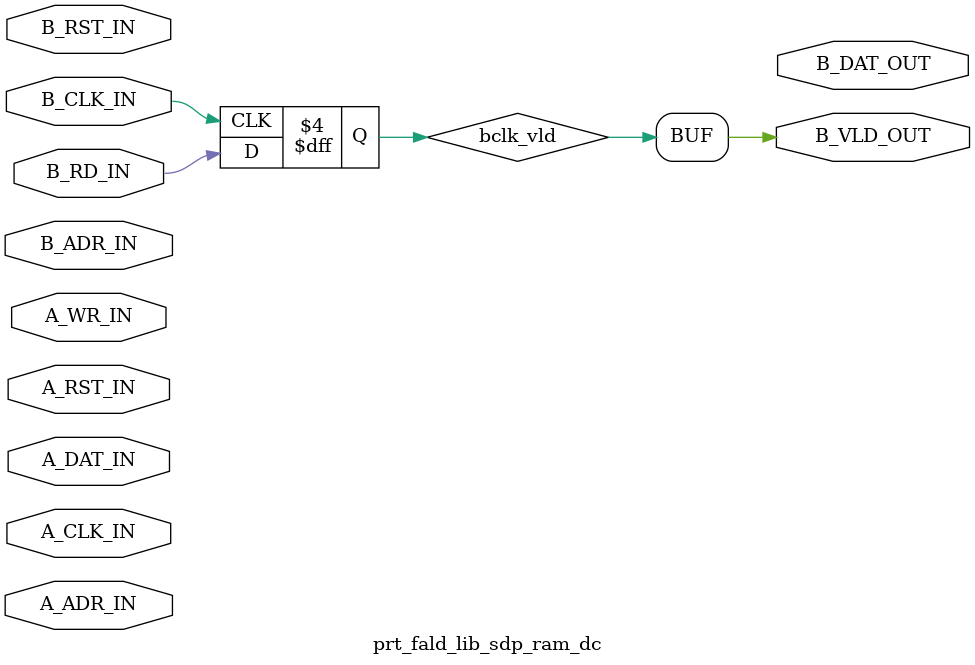
<source format=sv>
/*
     __        __   __   ___ ___ ___  __  
    |__)  /\  |__) |__) |__   |   |  /  \ 
    |    /~~\ |  \ |  \ |___  |   |  \__/ 


    Module: FALD Library
    (c) 2023 by Parretto B.V.

    History
    =======
    v1.0 - Initial release

    License
    =======
    This License will apply to the use of the IP-core (as defined in the License). 
    Please read the License carefully so that you know what your rights and obligations are when using the IP-core.
    The acceptance of this License constitutes a valid and binding agreement between Parretto and you for the use of the IP-core. 
    If you download and/or make any use of the IP-core you agree to be bound by this License. 
    The License is available for download and print at www.parretto.com/license.html
    Parretto grants you, as the Licensee, a free, non-exclusive, non-transferable, limited right to use the IP-core 
    solely for internal business purposes for the term and conditions of the License. 
    You are also allowed to create Modifications for internal business purposes, but explicitly only under the conditions of art. 3.2.
    You are, however, obliged to pay the License Fees to Parretto for the use of the IP-core, or any Modification, in, or embodied in, 
    a physical or non-tangible product or service that has substantial commercial, industrial or non-consumer uses. 
*/

`timescale 1 ps / 1 ps
`default_nettype none

/*
	Edge Detector
*/
module prt_fald_lib_edge
(
	input wire	CLK_IN,			// Clock
	input wire	CKE_IN,			// Clock enable
	input wire	A_IN,			// Input
	output wire	RE_OUT,			// Rising edge
	output wire	FE_OUT			// Falling edge
);

// Signals
logic clk_a_del;
logic clk_a_re;
logic clk_a_fe;

// Logic
// Input Registers
	always_ff @ (posedge CLK_IN)
	begin
			// Clock enable
			if (CKE_IN)
				clk_a_del	<= A_IN;
	end

// Rising Edge Detector
	always_comb
	begin
		if (A_IN && !clk_a_del)
			clk_a_re = 1;
		else
			clk_a_re = 0;
	end

// Falling Edge Detector
	always_comb
	begin
		if (!A_IN && clk_a_del)
			clk_a_fe = 1;
		else
			clk_a_fe = 0;
	end

// Outputs
	assign RE_OUT = clk_a_re;
	assign FE_OUT = clk_a_fe;

endmodule

/*
	Bit clock domain crossing
*/
module prt_fald_lib_cdc_bit
(
	input wire		SRC_CLK_IN,		// Clock
	input wire 		SRC_DAT_IN,		// Data
	input wire		DST_CLK_IN,		// Clock
	output wire 	DST_DAT_OUT		// Data
);

// Parameters
localparam P_STAGES = 4;

// Signals
// The signals must have an unique name,
// so they can be found by the set_false_path constraint
(* dont_touch = "yes" *) logic 					prt_dp_lib_cdc_bit_sclk_dat;
(* dont_touch = "yes" *) logic [P_STAGES-1:0]	prt_dp_lib_cdc_bit_dclk_dat;

// Logic

// Source register
	always_ff @ (posedge SRC_CLK_IN)
	begin
		prt_dp_lib_cdc_bit_sclk_dat <= SRC_DAT_IN;
	end

// Destination register
	always_ff @ (posedge DST_CLK_IN)
	begin
		prt_dp_lib_cdc_bit_dclk_dat <= {prt_dp_lib_cdc_bit_dclk_dat[0+:P_STAGES-1], prt_dp_lib_cdc_bit_sclk_dat};
	end

// Output
	assign DST_DAT_OUT = prt_dp_lib_cdc_bit_dclk_dat[P_STAGES-1];

endmodule

/*
	Vector clock domain crossing
*/
module prt_fald_lib_cdc_vec
#(
	parameter 						P_WIDTH = 8
)
(
	input wire						SRC_CLK_IN,		// Clock
	input wire [P_WIDTH-1:0] 		SRC_DAT_IN,		// Data
	input wire						DST_CLK_IN,		// Clock
	output wire [P_WIDTH-1:0]		DST_DAT_OUT		// Data
);

// Parameters
localparam P_STAGES = 2;

// Signals
// The signals must have an unique name,
// so they can be found by the set_false_path constraint
(* dont_touch = "yes" *) logic [3:0]            prt_dp_lib_cdc_vec_sclk_por_line = 0;
wire									        prt_dp_lib_cdc_vec_sclk_por;
(* dont_touch = "yes" *) logic [P_STAGES:0]		prt_dp_lib_cdc_vec_sclk_hs;
wire 											prt_dp_lib_cdc_vec_sclk_hs_re;
wire 											prt_dp_lib_cdc_vec_sclk_hs_fe;
logic 											prt_dp_lib_cdc_vec_sclk_en;
(* dont_touch = "yes" *) logic [P_WIDTH-1:0]	prt_dp_lib_cdc_vec_sclk_dat;

(* dont_touch = "yes" *) logic [3:0]            prt_dp_lib_cdc_vec_dclk_por_line = 0;
wire									        prt_dp_lib_cdc_vec_dclk_por;
(* dont_touch = "yes" *) logic [P_STAGES:0]		prt_dp_lib_cdc_vec_dclk_hs;
wire 											prt_dp_lib_cdc_vec_dclk_hs_re;
wire 											prt_dp_lib_cdc_vec_dclk_hs_fe;
logic 											prt_dp_lib_cdc_vec_dclk_en;
(* dont_touch = "yes" *) logic [P_WIDTH-1:0]	prt_dp_lib_cdc_vec_dclk_cap[P_STAGES-1:0];
(* dont_touch = "yes" *) logic [P_WIDTH-1:0]	prt_dp_lib_cdc_vec_dclk_dat;

// Logic

// Source power on reset
    always_ff @ (posedge SRC_CLK_IN)
    begin
        prt_dp_lib_cdc_vec_sclk_por_line <= {prt_dp_lib_cdc_vec_sclk_por_line[$size(prt_dp_lib_cdc_vec_sclk_por_line)-2:0], 1'b1};            
    end

    assign prt_dp_lib_cdc_vec_sclk_por = ~prt_dp_lib_cdc_vec_sclk_por_line[$size(prt_dp_lib_cdc_vec_sclk_por_line)-1];

// Source register
	always_ff @ (posedge prt_dp_lib_cdc_vec_sclk_por, posedge SRC_CLK_IN)
	begin
		// Reset
		if (prt_dp_lib_cdc_vec_sclk_por)
			prt_dp_lib_cdc_vec_sclk_dat <= 0;

		else
		begin
			// Enable
			if (prt_dp_lib_cdc_vec_sclk_en)
				prt_dp_lib_cdc_vec_sclk_dat <= SRC_DAT_IN;
		end
	end

// Handshake registers
	always_ff @ (posedge prt_dp_lib_cdc_vec_sclk_por, posedge SRC_CLK_IN)
	begin
		// Reset
		if (prt_dp_lib_cdc_vec_sclk_por)
			prt_dp_lib_cdc_vec_sclk_hs <= 0;

		else
			prt_dp_lib_cdc_vec_sclk_hs <= {prt_dp_lib_cdc_vec_sclk_hs[0+:$size(prt_dp_lib_cdc_vec_sclk_hs)-1], ~prt_dp_lib_cdc_vec_dclk_hs[$size(prt_dp_lib_cdc_vec_dclk_hs)-1]}; 
	end

	prt_fald_lib_edge
	SRC_HS_EDGE_INST
	(
		.CLK_IN		(SRC_CLK_IN),														// Clock
		.CKE_IN		(1'b1),																// Clock enable
		.A_IN		(prt_dp_lib_cdc_vec_sclk_hs[$size(prt_dp_lib_cdc_vec_sclk_hs)-1]),	// Input
		.RE_OUT		(prt_dp_lib_cdc_vec_sclk_hs_re),									// Rising edge
		.FE_OUT		(prt_dp_lib_cdc_vec_sclk_hs_fe)										// Falling edge
	);

// Enable
	always_ff @ (posedge SRC_CLK_IN)
	begin
		if (prt_dp_lib_cdc_vec_sclk_hs_re || prt_dp_lib_cdc_vec_sclk_hs_fe)
			prt_dp_lib_cdc_vec_sclk_en <= 1;
		else
			prt_dp_lib_cdc_vec_sclk_en <= 0;
	end

// Destination power on reset
    always_ff @ (posedge DST_CLK_IN)
    begin
        prt_dp_lib_cdc_vec_dclk_por_line <= {prt_dp_lib_cdc_vec_dclk_por_line[$size(prt_dp_lib_cdc_vec_dclk_por_line)-2:0], 1'b1};            
    end

    assign prt_dp_lib_cdc_vec_dclk_por = ~prt_dp_lib_cdc_vec_dclk_por_line[$size(prt_dp_lib_cdc_vec_dclk_por_line)-1];

// Destination capture register
	always_ff @ (posedge DST_CLK_IN)
	begin
		for (int i = 0; i < $size(prt_dp_lib_cdc_vec_dclk_cap); i++)
		begin
			if (i == 0)
				prt_dp_lib_cdc_vec_dclk_cap[i] <= prt_dp_lib_cdc_vec_sclk_dat;
			else
				prt_dp_lib_cdc_vec_dclk_cap[i] <= prt_dp_lib_cdc_vec_dclk_cap[i-1];
		end
	end

// Destination dout 
	always_ff @ (posedge prt_dp_lib_cdc_vec_dclk_por, posedge DST_CLK_IN)
	begin
		// Reset
		if (prt_dp_lib_cdc_vec_dclk_por)
			prt_dp_lib_cdc_vec_dclk_dat <= 0; 

		else
		begin
			// Enable
			if (prt_dp_lib_cdc_vec_dclk_en)
				prt_dp_lib_cdc_vec_dclk_dat <= prt_dp_lib_cdc_vec_dclk_cap[$size(prt_dp_lib_cdc_vec_dclk_cap)-1]; 
		end
	end

// Handshake registers
	always_ff @ (posedge prt_dp_lib_cdc_vec_dclk_por, posedge DST_CLK_IN)
	begin
		// Reset
		if (prt_dp_lib_cdc_vec_dclk_por)
			prt_dp_lib_cdc_vec_dclk_hs <= 0;
		else
			prt_dp_lib_cdc_vec_dclk_hs <= {prt_dp_lib_cdc_vec_dclk_hs[0+:$size(prt_dp_lib_cdc_vec_dclk_hs)-1], prt_dp_lib_cdc_vec_sclk_hs[$size(prt_dp_lib_cdc_vec_sclk_hs)-1]}; 
	end

	prt_fald_lib_edge
	DCLK_HS_EDGE_INST
	(
		.CLK_IN		(DST_CLK_IN),														// Clock
		.CKE_IN		(1'b1),																// Clock enable
		.A_IN		(prt_dp_lib_cdc_vec_dclk_hs[$size(prt_dp_lib_cdc_vec_dclk_hs)-1]),	// Input
		.RE_OUT		(prt_dp_lib_cdc_vec_dclk_hs_re),									// Rising edge
		.FE_OUT		(prt_dp_lib_cdc_vec_dclk_hs_fe)										// Falling edge
	);

// Enable
	always_ff @ (posedge DST_CLK_IN)
	begin
		if (prt_dp_lib_cdc_vec_dclk_hs_re || prt_dp_lib_cdc_vec_dclk_hs_fe)
			prt_dp_lib_cdc_vec_dclk_en <= 1;
		else
			prt_dp_lib_cdc_vec_dclk_en <= 0;
	end

// Output
	assign DST_DAT_OUT = prt_dp_lib_cdc_vec_dclk_dat;

endmodule


/*
	Single clock FIFO
*/
module prt_fald_lib_fifo_sc
#(
	parameter                       P_VENDOR    	= "none",  // Vendor "xilinx" or "lattice"
	parameter						P_MODE         	= "single",		// "single" or "burst"
	parameter 						P_RAM_STYLE		= "distributed",	// "distributed" or "block"
	parameter 						P_ADR_WIDTH 	= 7,
	parameter						P_DAT_WIDTH 	= 512
)
(
	// Clocks and reset
	input wire						RST_IN,		// Reset
	input wire						CLK_IN,		// Clock

	// Write
	input wire						WR_EN_IN,	// Write enable
	input wire						WR_CLR_IN,	// Write clear
	input wire						WR_IN,		// Write in
	input wire 	[P_DAT_WIDTH-1:0]	DAT_IN,		// Write data

	// Read
	input wire						RD_EN_IN,	// Read enable in
	input wire						RD_CLR_IN,	// Read clear in
	input wire						RD_IN,		// Read in
	output wire [P_DAT_WIDTH-1:0]	DAT_OUT,	// Data out
	output wire						DE_OUT,		// Data enable

	// Status
	output wire	[P_ADR_WIDTH:0]		WRDS_OUT,	// Used words
	output wire						EP_OUT,		// Empty
	output wire						FL_OUT		// Full
);

// Parameters
localparam P_WRDS = 2**P_ADR_WIDTH;

// Signals
logic	[P_ADR_WIDTH-1:0]	clk_wp;			// Write pointer
logic 	[P_ADR_WIDTH-1:0]	clk_rp;			// Read pointer
logic	[1:0]				clk_de;
logic	[P_ADR_WIDTH-1:0]	clk_wrds;
logic						clk_ep;
logic						clk_fl;

// Logic

// RAM instantiation
generate
	if (P_VENDOR == "xilinx")
	begin : gen_ram_xlx
		xpm_memory_sdpram 
		#(
			.ADDR_WIDTH_A				(P_ADR_WIDTH),  
			.ADDR_WIDTH_B				(P_ADR_WIDTH),  
			.AUTO_SLEEP_TIME			(0),   
			.BYTE_WRITE_WIDTH_A			(P_DAT_WIDTH),  
			.CASCADE_HEIGHT				(0),            
			.CLOCKING_MODE				("common_clock"), 
			.ECC_MODE					("no_ecc"), 
			.MEMORY_INIT_FILE			("none"),   
			.MEMORY_INIT_PARAM			("0"),      
			.MEMORY_OPTIMIZATION		("true"),   
			.MEMORY_PRIMITIVE			(P_RAM_STYLE),     
			.MEMORY_SIZE				(P_WRDS * P_DAT_WIDTH),        
			.MESSAGE_CONTROL			(0),           
			.READ_DATA_WIDTH_B			(P_DAT_WIDTH), 
			.READ_LATENCY_B				(2),      
			.READ_RESET_VALUE_B			("0"),    
			.RST_MODE_A					("SYNC"), 
			.RST_MODE_B					("SYNC"), 
			.SIM_ASSERT_CHK				(0),             
			.USE_EMBEDDED_CONSTRAINT	(0),    
			.USE_MEM_INIT				(1),              
			.WAKEUP_TIME				("disable_sleep"),
			.WRITE_DATA_WIDTH_A			(P_DAT_WIDTH),
			.WRITE_MODE_B				("read_first") 
		)
		RAM_INST 
		(
			.clka				(CLK_IN),       
			.addra				(clk_wp), 
			.dina				(DAT_IN),
			.ena				(WR_EN_IN), 
			.wea				(WR_IN),

			.clkb				(CLK_IN),  
			.addrb				(clk_rp),  
			.enb				(RD_EN_IN),    
			.doutb				(DAT_OUT), 

			.injectdbiterra		(1'b0),
			.injectsbiterra		(1'b0),
			.regceb				(RD_EN_IN),             
			.rstb				(1'b0),        
			.sleep				(1'b0),             
			.dbiterrb			(), 
			.sbiterrb			()    
		);
	end

	else if (P_VENDOR == "lattice")
	begin : gen_ram_lat
		pmi_ram_dp
		#(
			.pmi_wr_addr_depth    (P_WRDS), 		// integer
			.pmi_wr_addr_width    (P_ADR_WIDTH), 	// integer
			.pmi_wr_data_width    (P_DAT_WIDTH), 	// integer
			.pmi_rd_addr_depth    (P_WRDS), 		// integer
			.pmi_rd_addr_width    (P_ADR_WIDTH), 	// integer
			.pmi_rd_data_width    (P_DAT_WIDTH), 	// integer
			.pmi_regmode          ("reg"), 		// "reg"|"noreg"
			.pmi_resetmode        ("async"), 		// "async"|"sync"
			.pmi_init_file        ("none"), 		// string
			.pmi_init_file_format ("hex"), 		// "binary"|"hex"
			.pmi_family           ("common")  		// "LIFCL"|"LFD2NX"|"LFCPNX"|"LFMXO5"|"UT24C"|"UT24CP"|"common"
		) 
		RAM_INST
		(
			.Reset     	(RST_IN),  

			.WrClock   	(CLK_IN),  
			.WrClockEn 	(WR_EN_IN),
			.WrAddress 	(clk_wp),  
			.WE        	(WR_IN),  
			.Data      	(DAT_IN), 

			.RdClock   	(CLK_IN), 
			.RdClockEn 	(RD_EN_IN),
			.RdAddress 	(clk_rp),  

			.Q         	(DAT_OUT)  
		);
	end
endgenerate

// Write pointer
	always_ff @ (posedge RST_IN, posedge CLK_IN)
	begin
		if (RST_IN)
			clk_wp <= 0;

		else
		begin
			// Clear
			if (WR_CLR_IN)
				clk_wp <= 0;

			// Write enable
			else if (WR_EN_IN)
			begin
				// Write
				if (WR_IN)
				begin
					// Check for overflow
					if (&clk_wp)
						clk_wp <= 0;
					else
						clk_wp <= clk_wp + 'd1;
				end
			end
		end
	end

// Read pointer
	always_ff @ (posedge RST_IN, posedge CLK_IN)
	begin
		if (RST_IN)
			clk_rp <= 0;

		else
		begin
			// Clear
			if (RD_CLR_IN)
				clk_rp <= 0;

			// Read enable
			else if (RD_EN_IN)
			begin
				// Read
				if (RD_IN && !clk_ep)
				begin
					// Check for overflow
					if (&clk_rp)
						clk_rp <= 0;
					else
						clk_rp <= clk_rp + 'd1;
				end
			end
		end
	end

// Data enable
	always_ff @ (posedge RST_IN, posedge CLK_IN)
	begin
		if (RST_IN)
			clk_de <= 0;

		else
		begin
			// Enable
			if (RD_EN_IN)
			begin
				if (!clk_ep)
					clk_de[0] <= RD_IN;
				else
					clk_de[0] <= 0;
				clk_de[1] <= clk_de[0];
			end
		end
	end

// Empty
// Must be combinatorial
	always_comb
	begin
		if (clk_wp == clk_rp)
			clk_ep = 1;
		else
			clk_ep = 0;
	end

// Full
// Must be combinatorial
	always_comb
	begin
		if (clk_wrds > (P_WRDS - 'd2))
			clk_fl = 1;
		else
			clk_fl = 0;
	end

// Words
	always_comb
	begin
		if (clk_wp > clk_rp)
			clk_wrds = clk_wp - clk_rp;

		else if (clk_wp < clk_rp)
			clk_wrds = (P_WRDS - clk_rp) + clk_wp;

		else
			clk_wrds = 0;
	end

// Outputs
	assign DE_OUT 		= clk_de[$size(clk_de)-1];
	assign WRDS_OUT 	= clk_wrds;
	assign EP_OUT 		= clk_ep;
	assign FL_OUT 		= clk_fl;

endmodule

/*
	Simple dual port RAM dual clock
*/
module prt_fald_lib_sdp_ram_dc
#(
     // System
	parameter                       P_VENDOR    	= "none",  // Vendor "xilinx" or "lattice"

	parameter 						P_RAM_STYLE	= "distributed",	// "distributed", "block" or "ultra"
	parameter 						P_ADR_WIDTH 	= 7,
	parameter						P_DAT_WIDTH 	= 512
)
(
	// Port A
	input wire						A_RST_IN,		// Reset
	input wire						A_CLK_IN,		// Clock
	input wire [P_ADR_WIDTH-1:0]	A_ADR_IN,		// Address
	input wire						A_WR_IN,		// Write in
	input wire [P_DAT_WIDTH-1:0]	A_DAT_IN,		// Write data

	// Port B
	input wire						B_RST_IN,		// Reset
	input wire						B_CLK_IN,		// Clock
	input wire [P_ADR_WIDTH-1:0]	B_ADR_IN,		// Address
	input wire						B_RD_IN,		// Read in
	output wire [P_DAT_WIDTH-1:0]	B_DAT_OUT,	// Read data
	output wire						B_VLD_OUT		// Read data valid
);

// Local parameters
localparam P_WRDS = 2**P_ADR_WIDTH;

// Signals
logic	bclk_vld;

// Logic

// RAM instantiation
generate
	if (P_VENDOR == "xilinx")
	begin : gen_ram_xlx

		// The parameter USE_EMBEDDED_CONSTRAINT must be used for distributed memory with independent clocks
		// to set automatically timing constraints.
		localparam P_USE_CONSTRAINT = (P_RAM_STYLE == "distributed") ? 1 : 0;

		xpm_memory_sdpram 
		#(
			.ADDR_WIDTH_A				(P_ADR_WIDTH),  
			.ADDR_WIDTH_B				(P_ADR_WIDTH),  
			.AUTO_SLEEP_TIME			(0),   
			.BYTE_WRITE_WIDTH_A			(P_DAT_WIDTH),  
			.CASCADE_HEIGHT				(0),            
			.CLOCKING_MODE				("independent_clock"), 
			.ECC_MODE					("no_ecc"), 
			.MEMORY_INIT_FILE			("none"),   
			.MEMORY_INIT_PARAM			("0"),      
			.MEMORY_OPTIMIZATION		("true"),   
			.MEMORY_PRIMITIVE			(P_RAM_STYLE),     
			.MEMORY_SIZE				(P_WRDS * P_DAT_WIDTH),        
			.MESSAGE_CONTROL			(0),           
			.READ_DATA_WIDTH_B			(P_DAT_WIDTH), 
			.READ_LATENCY_B				(1),      
			.READ_RESET_VALUE_B			("0"),    
			.RST_MODE_A					("SYNC"), 
			.RST_MODE_B					("SYNC"), 
			.SIM_ASSERT_CHK				(0),             
			.USE_EMBEDDED_CONSTRAINT	(P_USE_CONSTRAINT),    
			.USE_MEM_INIT				(1),              
			.WAKEUP_TIME				("disable_sleep"),
			.WRITE_DATA_WIDTH_A			(P_DAT_WIDTH),
			.WRITE_MODE_B				("read_first") 
		)
		RAM_INST 
		(
			.clka				(A_CLK_IN),       
			.addra				(A_ADR_IN), 
			.dina				(A_DAT_IN),
			.ena				(1'b1), 
			.wea				(A_WR_IN),

			.clkb				(B_CLK_IN),  
			.addrb				(B_ADR_IN),  
			.enb				(1'b1),    
			.doutb				(B_DAT_OUT), 

			.injectdbiterra		(1'b0),
			.injectsbiterra		(1'b0),
			.regceb				(1'b1),             
			.rstb				(1'b0),        
			.sleep				(1'b0),             
			.dbiterrb			(), 
			.sbiterrb			()    
		);
	end

	else if (P_VENDOR == "lattice")
	begin : gen_ram_lat

		// One single clock read latency is assumed.
		// The distributed read path is asynchronous.
		// Therefore the output register is enabled.
		pmi_distributed_dpram
		#(
		  .pmi_addr_depth       	(P_WRDS), 	// integer      
		  .pmi_addr_width       	(P_ADR_WIDTH), // integer      
		  .pmi_data_width       	(P_DAT_WIDTH), // integer      
		  .pmi_regmode          	("reg"), 	// "reg"|"noreg"    
		  .pmi_init_file        	("none"), 	// string       
		  .pmi_init_file_format 	("hex"), 		// "binary"|"hex"     
		  .pmi_family           	("common")  	// "LIFCL"|"LFD2NX"|"LFCPNX"|"LFMXO5"|"UT24C"|"UT24CP"|"common"    
		) 
		RAM_INST
		(        
		  .Reset     			(1'b0),  		
		  
		  .WrClock   			(A_CLK_IN),  	
		  .WrClockEn 			(1'b1),  		
		  .WrAddress 			(A_ADR_IN),  
		  .WE        			(A_WR_IN),  
		  .Data      			(A_DAT_IN), 

		  .RdClock   			(B_CLK_IN), 
		  .RdClockEn 			(1'b1),  
		  .RdAddress 			(B_ADR_IN), 
		  .Q         			(B_DAT_OUT) 
		);
	end
endgenerate

	// Valid
   	always_ff @ (posedge B_CLK_IN)
   	begin
   		bclk_vld <= B_RD_IN;
	end

   	// Outputs
   	assign B_VLD_OUT = bclk_vld;

endmodule

`default_nettype wire

</source>
